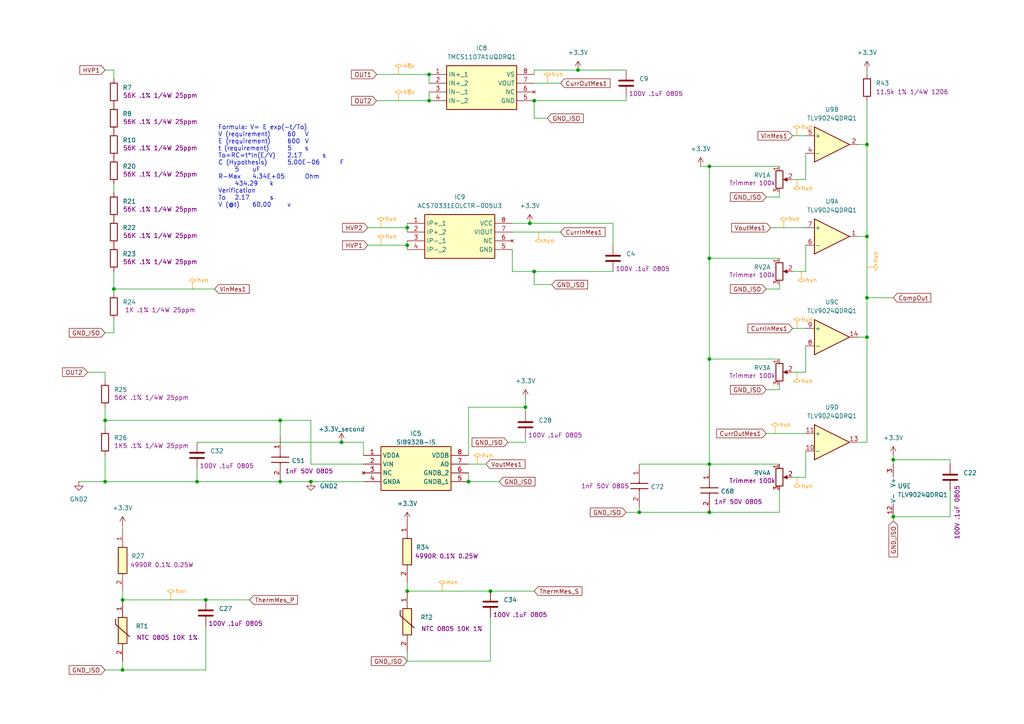
<source format=kicad_sch>
(kicad_sch (version 20250114) (generator "eeschema") (generator_version "9.0")
  (paper "A4")
  (title_block (title "LLC 400V/48V 1200W 100kHz") (date "2025-10-14") (rev "5") (company "Abdelaziz BOUZIANI"))
  (lib_symbols
    (symbol "ACS70331EOLCTR-005U3:ACS70331EOLCTR-005U3"
      (property "Reference" "IC" (at 26.67 7.62 0))
      (property "Value" "ACS70331EOLCTR-005U3" (at 26.67 5.08 0))
      (symbol "ACS70331EOLCTR-005U3_1_1"
        (rectangle (start 5.08 2.54) (end 25.4 -10.16) (stroke (width 0.254)) (fill (type background)))
        (pin passive line (at 0 0 0) (length 5.08) (name "IP+_1") (number "1"))
        (pin passive line (at 0 -2.54 0) (length 5.08) (name "IP+_2") (number "2"))
        (pin passive line (at 0 -5.08 0) (length 5.08) (name "IP-_1") (number "3"))
        (pin passive line (at 0 -7.62 0) (length 5.08) (name "IP-_2") (number "4"))
        (pin passive line (at 30.48 0 180) (length 5.08) (name "VCC") (number "8"))
        (pin passive line (at 30.48 -2.54 180) (length 5.08) (name "VIOUT") (number "7"))
        (pin no_connect line (at 30.48 -5.08 180) (length 5.08) (name "NC") (number "6"))
        (pin passive line (at 30.48 -7.62 180) (length 5.08) (name "GND") (number "5"))
      )
    )
    (symbol "C0805C102J5GACTU:C0805C102J5GACTU" (pin_names (hide yes))
      (property "Reference" "C" (at 8.89 6.35 0))
      (property "Value" "C0805C102J5GACTU" (at 8.89 3.81 0))
      (symbol "C0805C102J5GACTU_1_1"
        (polyline (pts (xy 5.08 0) (xy 5.588 0)) (stroke (width 0.254)))
        (polyline (pts (xy 5.588 2.54) (xy 5.588 -2.54)) (stroke (width 0.254)))
        (polyline (pts (xy 7.112 2.54) (xy 7.112 -2.54)) (stroke (width 0.254)))
        (polyline (pts (xy 7.112 0) (xy 7.62 0)) (stroke (width 0.254)))
        (pin passive line (at 0 0 0) (length 5.08) (name "1") (number "1"))
        (pin passive line (at 12.7 0 180) (length 5.08) (name "2") (number "2"))
      )
    )
    (symbol "Device:C" (pin_numbers (hide yes)) (pin_names (offset 0.254))
      (property "Reference" "C" (at 0.635 2.54 0))
      (property "Value" "C" (at 0.635 -2.54 0))
      (symbol "C_0_1"
        (polyline (pts (xy -2.032 0.762) (xy 2.032 0.762)) (stroke (width 0.508)))
        (polyline (pts (xy -2.032 -0.762) (xy 2.032 -0.762)) (stroke (width 0.508)))
      )
      (symbol "C_1_1"
        (pin passive line (at 0 3.81 270) (length 2.794) (name "~") (number "1"))
        (pin passive line (at 0 -3.81 90) (length 2.794) (name "~") (number "2"))
      )
    )
    (symbol "Device:R" (pin_numbers (hide yes)) (pin_names (offset 0))
      (property "Reference" "R" (at 2.032 0 90))
      (property "Value" "R" (at 0 0 90))
      (symbol "R_0_1"
        (rectangle (start -1.016 -2.54) (end 1.016 2.54) (stroke (width 0.254)))
      )
      (symbol "R_1_1"
        (pin passive line (at 0 3.81 270) (length 1.27) (name "~") (number "1"))
        (pin passive line (at 0 -3.81 90) (length 1.27) (name "~") (number "2"))
      )
    )
    (symbol "Device:R_Potentiometer_Dual_Separate" (pin_names (offset 1.016) (hide yes))
      (property "Reference" "RV" (at -4.445 0 90))
      (property "Value" "R_Potentiometer_Dual_Separate" (at -2.54 0 90))
      (symbol "R_Potentiometer_Dual_Separate_0_1"
        (rectangle (start 1.016 2.54) (end -1.016 -2.54) (stroke (width 0.254)))
        (polyline (pts (xy 1.143 0) (xy 2.286 0.508) (xy 2.286 -0.508) (xy 1.143 0)) (fill (type outline)))
        (polyline (pts (xy 2.54 0) (xy 1.524 0)))
      )
      (symbol "R_Potentiometer_Dual_Separate_1_1"
        (pin passive line (at 0 3.81 270) (length 1.27) (name "1") (number "1"))
        (pin passive line (at 0 -3.81 90) (length 1.27) (name "3") (number "3"))
        (pin passive line (at 3.81 0 180) (length 1.27) (name "2") (number "2"))
      )
      (symbol "R_Potentiometer_Dual_Separate_2_1"
        (pin passive line (at 0 3.81 270) (length 1.27) (name "4") (number "4"))
        (pin passive line (at 0 -3.81 90) (length 1.27) (name "6") (number "6"))
        (pin passive line (at 3.81 0 180) (length 1.27) (name "5") (number "5"))
      )
    )
    (symbol "New_Library:TLV9024QDRQ1" (pin_names (offset 0.127))
      (property "Reference" "U" (at 0 5.08 0))
      (property "Value" "TLV9024QDRQ1" (at 0 -5.08 0))
      (symbol "TLV9024QDRQ1_1_1"
        (polyline (pts (xy -5.08 5.08) (xy 5.08 0) (xy -5.08 -5.08) (xy -5.08 5.08)) (stroke (width 0.254)) (fill (type background)))
        (pin input line (at -7.62 2.54 0) (length 2.54) (name "+") (number "7"))
        (pin input line (at -7.62 -2.54 0) (length 2.54) (name "-") (number "6"))
        (pin output line (at 7.62 0 180) (length 2.54) (name "~") (number "1"))
      )
      (symbol "TLV9024QDRQ1_2_1"
        (polyline (pts (xy -5.08 5.08) (xy 5.08 0) (xy -5.08 -5.08) (xy -5.08 5.08)) (stroke (width 0.254)) (fill (type background)))
        (pin input line (at -7.62 2.54 0) (length 2.54) (name "+") (number "5"))
        (pin input line (at -7.62 -2.54 0) (length 2.54) (name "-") (number "4"))
        (pin output line (at 7.62 0 180) (length 2.54) (name "~") (number "2"))
      )
      (symbol "TLV9024QDRQ1_3_1"
        (polyline (pts (xy -5.08 5.08) (xy 5.08 0) (xy -5.08 -5.08) (xy -5.08 5.08)) (stroke (width 0.254)) (fill (type background)))
        (pin input line (at -7.62 2.54 0) (length 2.54) (name "+") (number "9"))
        (pin input line (at -7.62 -2.54 0) (length 2.54) (name "-") (number "8"))
        (pin output line (at 7.62 0 180) (length 2.54) (name "~") (number "14"))
      )
      (symbol "TLV9024QDRQ1_4_1"
        (polyline (pts (xy -5.08 5.08) (xy 5.08 0) (xy -5.08 -5.08) (xy -5.08 5.08)) (stroke (width 0.254)) (fill (type background)))
        (pin input line (at -7.62 2.54 0) (length 2.54) (name "+") (number "11"))
        (pin input line (at -7.62 -2.54 0) (length 2.54) (name "-") (number "10"))
        (pin output line (at 7.62 0 180) (length 2.54) (name "~") (number "13"))
      )
      (symbol "TLV9024QDRQ1_5_1"
        (pin power_in line (at -2.54 7.62 270) (length 3.81) (name "V+") (number "3"))
        (pin power_in line (at -2.54 -7.62 90) (length 3.81) (name "V-") (number "12"))
      )
    )
    (symbol "RN73R2BTTD4991B25:RN73R2BTTD4991B25" (pin_names (hide yes))
      (property "Reference" "R" (at 13.97 6.35 0))
      (property "Value" "RN73R2BTTD4991B25" (at 13.97 3.81 0))
      (symbol "RN73R2BTTD4991B25_1_1"
        (rectangle (start 5.08 1.27) (end 12.7 -1.27) (stroke (width 0.254)) (fill (type background)))
        (pin passive line (at 0 0 0) (length 5.08) (name "1") (number "1"))
        (pin passive line (at 17.78 0 180) (length 5.08) (name "2") (number "2"))
      )
    )
    (symbol "SI8932B-IS:SI8932B-IS"
      (property "Reference" "IC" (at 26.67 7.62 0))
      (property "Value" "SI8932B-IS" (at 26.67 5.08 0))
      (symbol "SI8932B-IS_1_1"
        (rectangle (start 5.08 2.54) (end 25.4 -10.16) (stroke (width 0.254)) (fill (type background)))
        (pin passive line (at 0 0 0) (length 5.08) (name "VDDA") (number "1"))
        (pin passive line (at 0 -2.54 0) (length 5.08) (name "VIN") (number "2"))
        (pin no_connect line (at 0 -5.08 0) (length 5.08) (name "NC") (number "3"))
        (pin passive line (at 0 -7.62 0) (length 5.08) (name "GNDA") (number "4"))
        (pin passive line (at 30.48 0 180) (length 5.08) (name "VDDB") (number "8"))
        (pin passive line (at 30.48 -2.54 180) (length 5.08) (name "AO") (number "7"))
        (pin passive line (at 30.48 -5.08 180) (length 5.08) (name "GNDB_2") (number "6"))
        (pin passive line (at 30.48 -7.62 180) (length 5.08) (name "GNDB_1") (number "5"))
      )
    )
    (symbol "TMCS1107A4UQDRQ1:TMCS1107A4UQDRQ1"
      (property "Reference" "IC" (at 26.67 7.62 0))
      (property "Value" "TMCS1107A4UQDRQ1" (at 26.67 5.08 0))
      (symbol "TMCS1107A4UQDRQ1_1_1"
        (rectangle (start 5.08 2.54) (end 25.4 -10.16) (stroke (width 0.254)) (fill (type background)))
        (pin passive line (at 0 0 0) (length 5.08) (name "IN+_1") (number "1"))
        (pin passive line (at 0 -2.54 0) (length 5.08) (name "IN+_2") (number "2"))
        (pin passive line (at 0 -5.08 0) (length 5.08) (name "IN-_1") (number "3"))
        (pin passive line (at 0 -7.62 0) (length 5.08) (name "IN-_2") (number "4"))
        (pin passive line (at 30.48 0 180) (length 5.08) (name "VS") (number "8"))
        (pin passive line (at 30.48 -2.54 180) (length 5.08) (name "VOUT") (number "7"))
        (pin no_connect line (at 30.48 -5.08 180) (length 5.08) (name "NC") (number "6"))
        (pin passive line (at 30.48 -7.62 180) (length 5.08) (name "GND") (number "5"))
      )
    )
    (symbol "TX08F103F3435ER:TX08F103F3435ER" (pin_names (hide yes))
      (property "Reference" "RT" (at 13.97 6.35 0))
      (property "Value" "TX08F103F3435ER" (at 13.97 3.81 0))
      (symbol "TX08F103F3435ER_1_1"
        (rectangle (start 5.08 1.27) (end 12.7 -1.27) (stroke (width 0.254)) (fill (type background)))
        (polyline (pts (xy 5.588 -2.032) (xy 7.112 -2.032)) (stroke (width 0.254)))
        (polyline (pts (xy 10.668 2.032) (xy 7.112 -2.032)) (stroke (width 0.254)))
        (pin passive line (at 0 0 0) (length 5.08) (name "1") (number "1"))
        (pin passive line (at 17.78 0 180) (length 5.08) (name "2") (number "2"))
      )
    )
    (symbol "power:+5V" (power) (pin_numbers (hide yes)) (pin_names (offset 0) (hide yes))
      (property "Value" "+5V" (at 0 3.556 0))
      (symbol "+5V_0_1"
        (polyline (pts (xy -0.762 1.27) (xy 0 2.54)))
        (polyline (pts (xy 0 2.54) (xy 0.762 1.27)))
        (polyline (pts (xy 0 0) (xy 0 2.54)))
      )
      (symbol "+5V_1_1"
        (pin power_in line (at 0 0 90) (length 0) (name "~") (number "1"))
      )
    )
    (symbol "power:GND2" (power) (pin_numbers (hide yes)) (pin_names (offset 0) (hide yes))
      (property "Value" "GND2" (at 0 -3.81 0))
      (symbol "GND2_0_1"
        (polyline (pts (xy 0 0) (xy 0 -1.27) (xy 1.27 -1.27) (xy 0 -2.54) (xy -1.27 -1.27) (xy 0 -1.27)))
      )
      (symbol "GND2_1_1"
        (pin power_in line (at 0 0 270) (length 0) (name "~") (number "1"))
      )
    )
  )
  (text "Formula: V= E exp(-t/To)		\nV (requirement)	60	V\nE (requirement)	600	V\nt (requirement)	5	s\nTo=RC=t*ln(E/V)	2.17	s\nC (Hypothesis)	5.00E-06	F\n	5	uF\nR-Max 	4.34E+05	Ohm \n	434.29	k\nVerification 		\nTo 	2.17	s\nV (@t)	60.00	v\n" (at 63.246 36.322 0) (effects (font (size 1.27 1.27)) (justify left top)))
  (junction (at 205.74 134.62))
  (junction (at 205.74 148.59))
  (junction (at 35.56 194.31))
  (junction (at 259.08 133.35))
  (junction (at 251.46 41.91))
  (junction (at 259.08 149.86))
  (junction (at 205.74 48.26))
  (junction (at 124.46 21.59))
  (junction (at 124.46 29.21))
  (junction (at 30.48 121.92))
  (junction (at 118.11 71.12))
  (junction (at 35.56 173.99))
  (junction (at 142.24 171.45))
  (junction (at 154.94 29.21))
  (junction (at 57.15 139.7))
  (junction (at 118.11 171.45))
  (junction (at 251.46 97.79))
  (junction (at 135.89 139.7))
  (junction (at 205.74 104.14))
  (junction (at 251.46 86.36))
  (junction (at 152.4 118.11))
  (junction (at 33.02 83.82))
  (junction (at 90.17 139.7))
  (junction (at 59.69 173.99))
  (junction (at 118.11 66.04))
  (junction (at 81.28 139.7))
  (junction (at 167.64 20.32))
  (junction (at 205.74 74.93))
  (junction (at 81.28 121.92))
  (junction (at 185.42 148.59))
  (junction (at 153.67 64.77))
  (junction (at 154.94 78.74))
  (junction (at 251.46 68.58))
  (junction (at 99.06 128.27))
  (junction (at 30.48 139.7))
  (wire (pts (xy 154.94 34.29) (xy 154.94 29.21)))
  (wire (pts (xy 135.89 118.11) (xy 152.4 118.11)))
  (wire (pts (xy 81.28 121.92) (xy 90.17 121.92)))
  (wire (pts (xy 35.56 173.99) (xy 59.69 173.99)))
  (wire (pts (xy 222.25 57.15) (xy 226.06 57.15)))
  (wire (pts (xy 205.74 74.93) (xy 226.06 74.93)))
  (wire (pts (xy 99.06 128.27) (xy 105.41 128.27)))
  (wire (pts (xy 90.17 139.7) (xy 105.41 139.7)))
  (wire (pts (xy 135.89 139.7) (xy 144.78 139.7)))
  (wire (pts (xy 30.48 121.92) (xy 30.48 124.46)))
  (wire (pts (xy 251.46 41.91) (xy 251.46 68.58)))
  (wire (pts (xy 135.89 134.62) (xy 140.97 134.62)))
  (wire (pts (xy 30.48 132.08) (xy 30.48 139.7)))
  (wire (pts (xy 152.4 115.57) (xy 152.4 118.11)))
  (wire (pts (xy 35.56 171.45) (xy 35.56 173.99)))
  (wire (pts (xy 135.89 137.16) (xy 135.89 139.7)))
  (wire (pts (xy 118.11 69.85) (xy 118.11 71.12)))
  (wire (pts (xy 154.94 20.32) (xy 167.64 20.32)))
  (wire (pts (xy 222.25 113.03) (xy 226.06 113.03)))
  (wire (pts (xy 118.11 66.04) (xy 118.11 67.31)))
  (wire (pts (xy 251.46 86.36) (xy 251.46 68.58)))
  (wire (pts (xy 226.06 148.59) (xy 226.06 142.24)))
  (wire (pts (xy 109.22 21.59) (xy 124.46 21.59)))
  (wire (pts (xy 158.75 34.29) (xy 154.94 34.29)))
  (wire (pts (xy 118.11 71.12) (xy 118.11 72.39)))
  (wire (pts (xy 154.94 20.32) (xy 154.94 21.59)))
  (wire (pts (xy 81.28 139.7) (xy 90.17 139.7)))
  (wire (pts (xy 152.4 119.38) (xy 152.4 118.11)))
  (wire (pts (xy 154.94 78.74) (xy 177.8 78.74)))
  (wire (pts (xy 105.41 132.08) (xy 105.41 128.27)))
  (wire (pts (xy 233.68 71.12) (xy 233.68 78.74)))
  (wire (pts (xy 22.86 139.7) (xy 30.48 139.7)))
  (wire (pts (xy 109.22 29.21) (xy 124.46 29.21)))
  (wire (pts (xy 233.68 52.07) (xy 229.87 52.07)))
  (wire (pts (xy 30.48 194.31) (xy 35.56 194.31)))
  (wire (pts (xy 205.74 48.26) (xy 205.74 74.93)))
  (wire (pts (xy 226.06 113.03) (xy 226.06 111.76)))
  (wire (pts (xy 153.67 64.77) (xy 177.8 64.77)))
  (wire (pts (xy 33.02 85.09) (xy 33.02 83.82)))
  (wire (pts (xy 147.32 128.27) (xy 152.4 128.27)))
  (wire (pts (xy 30.48 110.49) (xy 30.48 107.95)))
  (wire (pts (xy 148.59 67.31) (xy 162.56 67.31)))
  (wire (pts (xy 233.68 44.45) (xy 233.68 52.07)))
  (wire (pts (xy 251.46 128.27) (xy 248.92 128.27)))
  (wire (pts (xy 185.42 147.32) (xy 185.42 148.59)))
  (wire (pts (xy 57.15 139.7) (xy 81.28 139.7)))
  (wire (pts (xy 154.94 29.21) (xy 181.61 29.21)))
  (wire (pts (xy 226.06 83.82) (xy 226.06 82.55)))
  (wire (pts (xy 248.92 97.79) (xy 251.46 97.79)))
  (wire (pts (xy 251.46 128.27) (xy 251.46 97.79)))
  (wire (pts (xy 205.74 104.14) (xy 226.06 104.14)))
  (wire (pts (xy 118.11 189.23) (xy 118.11 191.77)))
  (wire (pts (xy 205.74 148.59) (xy 226.06 148.59)))
  (wire (pts (xy 124.46 21.59) (xy 124.46 24.13)))
  (wire (pts (xy 222.25 83.82) (xy 226.06 83.82)))
  (wire (pts (xy 185.42 148.59) (xy 205.74 148.59)))
  (wire (pts (xy 205.74 74.93) (xy 205.74 104.14)))
  (wire (pts (xy 35.56 191.77) (xy 35.56 194.31)))
  (wire (pts (xy 248.92 68.58) (xy 251.46 68.58)))
  (wire (pts (xy 57.15 135.89) (xy 57.15 139.7)))
  (wire (pts (xy 275.59 142.24) (xy 275.59 149.86)))
  (wire (pts (xy 135.89 118.11) (xy 135.89 132.08)))
  (wire (pts (xy 275.59 133.35) (xy 275.59 134.62)))
  (wire (pts (xy 181.61 27.94) (xy 181.61 29.21)))
  (wire (pts (xy 259.08 133.35) (xy 259.08 134.62)))
  (wire (pts (xy 59.69 181.61) (xy 59.69 194.31)))
  (wire (pts (xy 81.28 121.92) (xy 81.28 127)))
  (wire (pts (xy 229.87 78.74) (xy 233.68 78.74)))
  (wire (pts (xy 154.94 24.13) (xy 162.56 24.13)))
  (wire (pts (xy 33.02 20.32) (xy 30.48 20.32)))
  (wire (pts (xy 185.42 134.62) (xy 205.74 134.62)))
  (wire (pts (xy 177.8 71.12) (xy 177.8 64.77)))
  (wire (pts (xy 118.11 64.77) (xy 118.11 66.04)))
  (wire (pts (xy 33.02 96.52) (xy 33.02 92.71)))
  (wire (pts (xy 251.46 29.21) (xy 251.46 41.91)))
  (wire (pts (xy 25.4 107.95) (xy 30.48 107.95)))
  (wire (pts (xy 152.4 128.27) (xy 152.4 127)))
  (wire (pts (xy 33.02 78.74) (xy 33.02 83.82)))
  (wire (pts (xy 226.06 57.15) (xy 226.06 55.88)))
  (wire (pts (xy 229.87 39.37) (xy 233.68 39.37)))
  (wire (pts (xy 148.59 64.77) (xy 153.67 64.77)))
  (wire (pts (xy 160.02 82.55) (xy 154.94 82.55)))
  (wire (pts (xy 124.46 26.67) (xy 124.46 29.21)))
  (wire (pts (xy 30.48 139.7) (xy 57.15 139.7)))
  (wire (pts (xy 205.74 48.26) (xy 226.06 48.26)))
  (wire (pts (xy 223.52 66.04) (xy 233.68 66.04)))
  (wire (pts (xy 35.56 194.31) (xy 59.69 194.31)))
  (wire (pts (xy 33.02 22.86) (xy 33.02 20.32)))
  (wire (pts (xy 118.11 171.45) (xy 142.24 171.45)))
  (wire (pts (xy 118.11 168.91) (xy 118.11 171.45)))
  (wire (pts (xy 203.2 48.26) (xy 205.74 48.26)))
  (wire (pts (xy 33.02 83.82) (xy 62.23 83.82)))
  (wire (pts (xy 205.74 134.62) (xy 226.06 134.62)))
  (wire (pts (xy 167.64 20.32) (xy 181.61 20.32)))
  (wire (pts (xy 30.48 121.92) (xy 81.28 121.92)))
  (wire (pts (xy 205.74 104.14) (xy 205.74 134.62)))
  (wire (pts (xy 148.59 72.39) (xy 148.59 78.74)))
  (wire (pts (xy 118.11 191.77) (xy 142.24 191.77)))
  (wire (pts (xy 142.24 171.45) (xy 154.94 171.45)))
  (wire (pts (xy 259.08 133.35) (xy 275.59 133.35)))
  (wire (pts (xy 251.46 20.32) (xy 251.46 21.59)))
  (wire (pts (xy 259.08 132.08) (xy 259.08 133.35)))
  (wire (pts (xy 148.59 78.74) (xy 154.94 78.74)))
  (wire (pts (xy 30.48 118.11) (xy 30.48 121.92)))
  (wire (pts (xy 30.48 96.52) (xy 33.02 96.52)))
  (wire (pts (xy 33.02 55.88) (xy 33.02 53.34)))
  (wire (pts (xy 259.08 149.86) (xy 275.59 149.86)))
  (wire (pts (xy 233.68 107.95) (xy 229.87 107.95)))
  (wire (pts (xy 229.87 95.25) (xy 233.68 95.25)))
  (wire (pts (xy 259.08 151.13) (xy 259.08 149.86)))
  (wire (pts (xy 59.69 173.99) (xy 72.39 173.99)))
  (wire (pts (xy 154.94 82.55) (xy 154.94 78.74)))
  (wire (pts (xy 233.68 100.33) (xy 233.68 107.95)))
  (wire (pts (xy 181.61 148.59) (xy 185.42 148.59)))
  (wire (pts (xy 90.17 134.62) (xy 105.41 134.62)))
  (wire (pts (xy 205.74 134.62) (xy 205.74 135.89)))
  (wire (pts (xy 251.46 86.36) (xy 259.08 86.36)))
  (wire (pts (xy 248.92 41.91) (xy 251.46 41.91)))
  (wire (pts (xy 106.68 71.12) (xy 118.11 71.12)))
  (wire (pts (xy 251.46 97.79) (xy 251.46 86.36)))
  (wire (pts (xy 222.25 125.73) (xy 233.68 125.73)))
  (wire (pts (xy 35.56 152.4) (xy 35.56 153.67)))
  (wire (pts (xy 106.68 66.04) (xy 118.11 66.04)))
  (wire (pts (xy 57.15 128.27) (xy 99.06 128.27)))
  (wire (pts (xy 142.24 179.07) (xy 142.24 191.77)))
  (wire (pts (xy 233.68 130.81) (xy 233.68 138.43)))
  (wire (pts (xy 233.68 138.43) (xy 229.87 138.43)))
  (wire (pts (xy 90.17 134.62) (xy 90.17 121.92)))
  (global_label "GND_ISO" (shape input) (at 30.48 96.52 180) (property "Intersheetrefs" "${INTERSHEET_REFS}" (effects (hide yes))))
  (global_label "VoutMes1" (shape input) (at 223.52 66.04 180) (property "Intersheetrefs" "${INTERSHEET_REFS}" (effects (hide yes))))
  (global_label "GND_ISO" (shape input) (at 222.25 83.82 180) (property "Intersheetrefs" "${INTERSHEET_REFS}" (effects (hide yes))))
  (global_label "HVP1" (shape input) (at 106.68 71.12 180) (property "Intersheetrefs" "${INTERSHEET_REFS}" (effects (hide yes))))
  (global_label "OUT2" (shape input) (at 25.4 107.95 180) (property "Intersheetrefs" "${INTERSHEET_REFS}" (effects (hide yes))))
  (global_label "VinMes1" (shape input) (at 62.23 83.82 0) (property "Intersheetrefs" "${INTERSHEET_REFS}" (effects (hide yes))))
  (global_label "HVP2" (shape input) (at 106.68 66.04 180) (property "Intersheetrefs" "${INTERSHEET_REFS}" (effects (hide yes))))
  (global_label "GND_ISO" (shape input) (at 30.48 194.31 180) (property "Intersheetrefs" "${INTERSHEET_REFS}" (effects (hide yes))))
  (global_label "CurrInMes1" (shape input) (at 162.56 67.31 0) (property "Intersheetrefs" "${INTERSHEET_REFS}" (effects (hide yes))))
  (global_label "CurrOutMes1" (shape input) (at 162.56 24.13 0) (property "Intersheetrefs" "${INTERSHEET_REFS}" (effects (hide yes))))
  (global_label "GND_ISO" (shape input) (at 147.32 128.27 180) (property "Intersheetrefs" "${INTERSHEET_REFS}" (effects (hide yes))))
  (global_label "OUT1" (shape input) (at 109.22 21.59 180) (property "Intersheetrefs" "${INTERSHEET_REFS}" (effects (hide yes))))
  (global_label "GND_ISO" (shape input) (at 222.25 57.15 180) (property "Intersheetrefs" "${INTERSHEET_REFS}" (effects (hide yes))))
  (global_label "CurrInMes1" (shape input) (at 229.87 95.25 180) (property "Intersheetrefs" "${INTERSHEET_REFS}" (effects (hide yes))))
  (global_label "GND_ISO" (shape input) (at 158.75 34.29 0) (property "Intersheetrefs" "${INTERSHEET_REFS}" (effects (hide yes))))
  (global_label "ThermMes_P" (shape input) (at 72.39 173.99 0) (property "Intersheetrefs" "${INTERSHEET_REFS}" (effects (hide yes))))
  (global_label "GND_ISO" (shape input) (at 259.08 151.13 270) (property "Intersheetrefs" "${INTERSHEET_REFS}" (effects (hide yes))))
  (global_label "GND_ISO" (shape input) (at 160.02 82.55 0) (property "Intersheetrefs" "${INTERSHEET_REFS}" (effects (hide yes))))
  (global_label "HVP1" (shape input) (at 30.48 20.32 180) (property "Intersheetrefs" "${INTERSHEET_REFS}" (effects (hide yes))))
  (global_label "GND_ISO" (shape input) (at 144.78 139.7 0) (property "Intersheetrefs" "${INTERSHEET_REFS}" (effects (hide yes))))
  (global_label "VinMes1" (shape input) (at 229.87 39.37 180) (property "Intersheetrefs" "${INTERSHEET_REFS}" (effects (hide yes))))
  (global_label "CompOut" (shape input) (at 259.08 86.36 0) (property "Intersheetrefs" "${INTERSHEET_REFS}" (effects (hide yes))))
  (global_label "VoutMes1" (shape input) (at 140.97 134.62 0) (property "Intersheetrefs" "${INTERSHEET_REFS}" (effects (hide yes))))
  (global_label "GND_ISO" (shape input) (at 222.25 113.03 180) (property "Intersheetrefs" "${INTERSHEET_REFS}" (effects (hide yes))))
  (global_label "OUT2" (shape input) (at 109.22 29.21 180) (property "Intersheetrefs" "${INTERSHEET_REFS}" (effects (hide yes))))
  (global_label "GND_ISO" (shape input) (at 118.11 191.77 180) (property "Intersheetrefs" "${INTERSHEET_REFS}" (effects (hide yes))))
  (global_label "GND_ISO" (shape input) (at 181.61 148.59 180) (property "Intersheetrefs" "${INTERSHEET_REFS}" (effects (hide yes))))
  (global_label "CurrOutMes1" (shape input) (at 222.25 125.73 180) (property "Intersheetrefs" "${INTERSHEET_REFS}" (effects (hide yes))))
  (global_label "ThermMes_S" (shape input) (at 154.94 171.45 0) (property "Intersheetrefs" "${INTERSHEET_REFS}" (effects (hide yes))))
  (netclass_flag "" (length 2.54) (shape diamond) (at 231.14 52.07 180) (property "Netclass" "hvn" (at 232.3465 54.61 0) (effects (justify left))))
  (netclass_flag "" (length 2.54) (shape diamond) (at 224.79 125.73 0) (property "Netclass" "hvn" (at 225.9965 123.19 0) (effects (justify left))))
  (netclass_flag "" (length 2.54) (shape diamond) (at 251.46 77.47 270) (property "Netclass" "hvn" (at 254 76.2635 90) (effects (justify left))))
  (netclass_flag "" (length 2.54) (shape diamond) (at 156.21 67.31 180) (property "Netclass" "hvn" (at 157.4165 69.85 0) (effects (justify left))))
  (netclass_flag "" (length 2.54) (shape diamond) (at 227.33 66.04 0) (property "Netclass" "hvn" (at 228.5365 63.5 0) (effects (justify left))))
  (netclass_flag "" (length 2.54) (shape diamond) (at 231.14 39.37 0) (property "Netclass" "hvn" (at 232.3465 36.83 0) (effects (justify left))))
  (netclass_flag "" (length 2.54) (shape diamond) (at 115.57 29.21 0) (property "Netclass" "48v" (at 116.7765 26.67 0) (effects (justify left))))
  (netclass_flag "" (length 2.54) (shape diamond) (at 55.88 83.82 0) (property "Netclass" "hvn" (at 57.0865 81.28 0) (effects (justify left))))
  (netclass_flag "" (length 2.54) (shape diamond) (at 115.57 21.59 0) (property "Netclass" "48v" (at 116.7765 19.05 0) (effects (justify left))))
  (netclass_flag "" (length 2.54) (shape diamond) (at 231.14 95.25 0) (property "Netclass" "hvn" (at 232.3465 92.71 0) (effects (justify left))))
  (netclass_flag "" (length 2.54) (shape diamond) (at 231.14 107.95 180) (property "Netclass" "hvn" (at 232.3465 110.49 0) (effects (justify left))))
  (netclass_flag "" (length 2.54) (shape diamond) (at 110.49 71.12 0) (property "Netclass" "hvn" (at 111.6965 68.58 0) (effects (justify left))))
  (netclass_flag "" (length 2.54) (shape diamond) (at 138.43 134.62 0) (property "Netclass" "hvn" (at 139.6365 132.08 0) (effects (justify left))))
  (netclass_flag "" (length 2.54) (shape diamond) (at 158.75 24.13 0) (property "Netclass" "hvn" (at 159.9565 21.59 0) (effects (justify left))))
  (netclass_flag "" (length 2.54) (shape diamond) (at 128.27 171.45 0) (property "Netclass" "hvn" (at 129.4765 168.91 0) (effects (justify left))))
  (netclass_flag "" (length 2.54) (shape diamond) (at 231.14 138.43 180) (property "Netclass" "hvn" (at 232.3465 140.97 0) (effects (justify left))))
  (netclass_flag "" (length 2.54) (shape diamond) (at 110.49 66.04 0) (property "Netclass" "hvn" (at 111.6965 63.5 0) (effects (justify left))))
  (netclass_flag "" (length 2.54) (shape diamond) (at 49.53 173.99 0) (property "Netclass" "hvn" (at 50.7365 171.45 0) (effects (justify left))))
  (netclass_flag "" (length 2.54) (shape diamond) (at 232.41 78.74 180) (property "Netclass" "hvn" (at 233.6165 81.28 0) (effects (justify left))))
  (symbol (lib_id "Device:R") (at 33.02 41.91 0) (unit 1)
    (property "Reference" "R10" (at 35.56 40.6399 0) (effects (justify left)))
    (property "Value" "RT1206BRD0756KL" (effects (hide yes)))
    (property "Footprint" "Resistor_SMD:R_1206_3216Metric" (effects (hide yes)))
    (property "Datasheet" "https://www.mouser.fr/datasheet/3/508/1/PYu-RT_1-to-0.01_RoHS_L_15.pdf" (effects (hide yes)))
    (property "Description" "56K .1% 1/4W 25ppm" (at 46.482 42.926 0))
    (property "Mouser Part Number" "603-RT1206BRD0756KL" (effects (hide yes)))
    (property "Manufacturer_Name " "YAGEO" (effects (hide yes)))
    (property "Manufacturer_Part_Number" "RT1206BRD0756KL" (effects (hide yes)))
  )
  (symbol (lib_id "Device:R_Potentiometer_Dual_Separate") (at 226.06 52.07 0) (unit 1)
    (property "Reference" "RV1" (at 223.52 50.7999 0) (effects (justify right)))
    (property "Footprint" "New_Linrary:RV_precision" (effects (hide yes)))
    (property "Description" "Trimmer 100k" (at 218.186 53.086 0))
  )
  (symbol (lib_id "RN73R2BTTD4991B25:RN73R2BTTD4991B25") (at 118.11 151.13 270) (unit 1)
    (property "Reference" "R34" (at 120.65 158.7499 90) (effects (justify left)))
    (property "Value" "RN73R2BTTD4991B25" (effects (hide yes)))
    (property "Footprint" "RN73R2BTTD4991B25:RESC3216X70N" (effects (hide yes)))
    (property "Datasheet" "https://www.koaspeer.com/pdfs/RN73R.pdf" (effects (hide yes)))
    (property "Description" "4990R 0.1% 0.25W" (at 129.54 161.29 90))
    (property "Height" "0.7" (effects (hide yes)))
    (property "Mouser Part Number" "660-RN73R2BTD4991B25" (effects (hide yes)))
    (property "Mouser Price/Stock" "https://www.mouser.co.uk/ProductDetail/KOA-Speer/RN73R2BTTD4991B25?qs=2WXlatMagcEhNVuIYxDXww%3D%3D" (effects (hide yes)))
    (property "Manufacturer_Name" "KOA Speer" (effects (hide yes)))
    (property "Manufacturer_Part_Number" "RN73R2BTTD4991B25" (effects (hide yes)))
  )
  (symbol (lib_id "Device:R_Potentiometer_Dual_Separate") (at 226.06 138.43 0) (unit 1)
    (property "Reference" "RV4" (at 223.52 137.1599 0) (effects (justify right)))
    (property "Footprint" "New_Linrary:RV_precision" (effects (hide yes)))
    (property "Description" "Trimmer 100k" (at 218.186 139.446 0))
  )
  (symbol (lib_id "Device:C") (at 59.69 177.8 0) (unit 1)
    (property "Reference" "C27" (at 63.5 176.5299 0) (effects (justify left)))
    (property "Value" "SH21B104K101CT" (effects (hide yes)))
    (property "Footprint" "Capacitor_SMD:C_0805_2012Metric" (effects (hide yes)))
    (property "Datasheet" "https://www.mouser.fr/datasheet/3/317/1/WTC_MLCC_Soft_term_SH.pdf" (effects (hide yes)))
    (property "Description" "100V .1uF 0805" (at 68.326 180.848 0))
    (property "Manufacturer_Name" "Walsin" (effects (hide yes)))
    (property "Manufacturer_Part_Number " "SH21B104K101CT" (effects (hide yes)))
    (property "Mouser Part Number" "791-SH21B104K101CT" (effects (hide yes)))
  )
  (symbol (lib_id "Device:R") (at 33.02 74.93 0) (unit 1)
    (property "Reference" "R23" (at 35.56 73.6599 0) (effects (justify left)))
    (property "Value" "RT1206BRD0756KL" (effects (hide yes)))
    (property "Footprint" "Resistor_SMD:R_1206_3216Metric" (effects (hide yes)))
    (property "Datasheet" "https://www.mouser.fr/datasheet/3/508/1/PYu-RT_1-to-0.01_RoHS_L_15.pdf" (effects (hide yes)))
    (property "Description" "56K .1% 1/4W 25ppm" (at 46.482 75.946 0))
    (property "Mouser Part Number" "603-RT1206BRD0756KL" (effects (hide yes)))
    (property "Manufacturer_Name " "YAGEO" (effects (hide yes)))
    (property "Manufacturer_Part_Number" "RT1206BRD0756KL" (effects (hide yes)))
  )
  (symbol (lib_id "power:+5V") (at 99.06 128.27 0) (unit 1)
    (property "Reference" "#PWR042" (effects (hide yes)))
    (property "Value" "+3.3V_second" (at 99.06 124.46 0))
    (property "Description" "Power symbol creates a global label with name \"+5V\"" (effects (hide yes)))
  )
  (symbol (lib_id "Device:C") (at 181.61 24.13 0) (unit 1)
    (property "Reference" "C9" (at 185.42 22.8599 0) (effects (justify left)))
    (property "Value" "SH21B104K101CT" (effects (hide yes)))
    (property "Footprint" "Capacitor_SMD:C_0805_2012Metric" (effects (hide yes)))
    (property "Datasheet" "https://www.mouser.fr/datasheet/3/317/1/WTC_MLCC_Soft_term_SH.pdf" (effects (hide yes)))
    (property "Description" "100V .1uF 0805" (at 190.246 27.178 0))
    (property "Manufacturer_Name" "Walsin" (effects (hide yes)))
    (property "Manufacturer_Part_Number " "SH21B104K101CT" (effects (hide yes)))
    (property "Mouser Part Number" "791-SH21B104K101CT" (effects (hide yes)))
  )
  (symbol (lib_id "Device:C") (at 152.4 123.19 0) (unit 1)
    (property "Reference" "C28" (at 156.21 121.9199 0) (effects (justify left)))
    (property "Value" "SH21B104K101CT" (effects (hide yes)))
    (property "Footprint" "Capacitor_SMD:C_0805_2012Metric" (effects (hide yes)))
    (property "Datasheet" "https://www.mouser.fr/datasheet/3/317/1/WTC_MLCC_Soft_term_SH.pdf" (effects (hide yes)))
    (property "Description" "100V .1uF 0805" (at 161.036 126.238 0))
    (property "Manufacturer_Name" "Walsin" (effects (hide yes)))
    (property "Manufacturer_Part_Number " "SH21B104K101CT" (effects (hide yes)))
    (property "Mouser Part Number" "791-SH21B104K101CT" (effects (hide yes)))
  )
  (symbol (lib_id "New_Library:TLV9024QDRQ1") (at 261.62 142.24 0) (unit 5)
    (property "Reference" "U9" (at 260.35 140.9699 0) (effects (justify left)))
    (property "Value" "TLV9024QDRQ1" (at 260.35 143.5099 0) (effects (justify left)))
    (property "Footprint" "Package_SO:SOIC-14_3.9x8.7mm_P1.27mm" (effects (hide yes)))
    (property "Datasheet" "https://www.ti.com/lit/ds/symlink/tlv9022-q1.pdf" (effects (hide yes)))
    (property "Description" "Quad channel comparators, SOIC-14" (effects (hide yes)))
    (property "Mouser Part Number" "595-TLV9024QDRQ1" (effects (hide yes)))
    (property "Manufacturer_Name " "Texas Instruments" (effects (hide yes)))
    (property "Manufacturer_Part_Number " " TLV9024QDRQ1" (effects (hide yes)))
  )
  (symbol (lib_id "Device:R") (at 33.02 67.31 0) (unit 1)
    (property "Reference" "R22" (at 35.56 66.0399 0) (effects (justify left)))
    (property "Value" "RT1206BRD0756KL" (effects (hide yes)))
    (property "Footprint" "Resistor_SMD:R_1206_3216Metric" (effects (hide yes)))
    (property "Datasheet" "https://www.mouser.fr/datasheet/3/508/1/PYu-RT_1-to-0.01_RoHS_L_15.pdf" (effects (hide yes)))
    (property "Description" "56K .1% 1/4W 25ppm" (at 46.482 68.326 0))
    (property "Mouser Part Number" "603-RT1206BRD0756KL" (effects (hide yes)))
    (property "Manufacturer_Name " "YAGEO" (effects (hide yes)))
    (property "Manufacturer_Part_Number" "RT1206BRD0756KL" (effects (hide yes)))
  )
  (symbol (lib_id "power:+5V") (at 203.2 48.26 0) (unit 1)
    (property "Reference" "#PWR028" (effects (hide yes)))
    (property "Value" "+3.3V" (at 203.2 43.18 0))
    (property "Description" "Power symbol creates a global label with name \"+5V\"" (effects (hide yes)))
  )
  (symbol (lib_id "ACS70331EOLCTR-005U3:ACS70331EOLCTR-005U3") (at 118.11 64.77 0) (unit 1)
    (property "Reference" "IC9" (at 133.35 57.15 0))
    (property "Value" "ACS70331EOLCTR-005U3" (at 133.35 59.69 0))
    (property "Footprint" "ACS70331EOLCTR-005U3:SOIC127P600X175-8N" (effects (hide yes)))
    (property "Datasheet" "https://www.allegromicro.com/-/media/files/datasheets/acs70331-datasheet.ashx" (effects (hide yes)))
    (property "Description" "High Sensitivity, Gmr-Based Current Sensor IC" (effects (hide yes)))
    (property "Height" "1.75" (effects (hide yes)))
    (property "Mouser Part Number" "250-70331EOLCTR005U3" (effects (hide yes)))
    (property "Mouser Price/Stock" "https://www.mouser.co.uk/ProductDetail/Allegro-MicroSystems/ACS70331EOLCTR-005U3?qs=pUKx8fyJudDz9FJ7uQ14Rw%3D%3D" (effects (hide yes)))
    (property "Manufacturer_Name" "Allegro Microsystems" (effects (hide yes)))
    (property "Manufacturer_Part_Number" "ACS70331EOLCTR-005U3" (effects (hide yes)))
  )
  (symbol (lib_id "Device:R_Potentiometer_Dual_Separate") (at 226.06 78.74 0) (unit 1)
    (property "Reference" "RV2" (at 223.52 77.4699 0) (effects (justify right)))
    (property "Footprint" "New_Linrary:RV_precision" (effects (hide yes)))
    (property "Description" "Trimmer 100k" (at 218.186 79.756 0))
  )
  (symbol (lib_id "C0805C102J5GACTU:C0805C102J5GACTU") (at 205.74 135.89 270) (unit 1)
    (property "Reference" "C68" (at 209.042 142.494 90) (effects (justify left)))
    (property "Value" "C0805C102J5GACTU" (effects (hide yes)))
    (property "Footprint" "C0805C102J5GACTU:C0805" (effects (hide yes)))
    (property "Datasheet" "https://content.kemet.com/datasheets/KEM_C1003_C0G_SMD.pdf" (effects (hide yes)))
    (property "Description" "1nF 50V 0805" (at 214.122 145.542 90))
    (property "Height" "1.1" (effects (hide yes)))
    (property "Mouser Part Number" "80-C0805C102J5G" (effects (hide yes)))
    (property "Mouser Price/Stock" "https://www.mouser.co.uk/ProductDetail/KEMET/C0805C102J5GACTU?qs=yrVqjCObULOWvTzsHVJg1Q%3D%3D" (effects (hide yes)))
    (property "Manufacturer_Name" "KEMET" (effects (hide yes)))
    (property "Manufacturer_Part_Number" "C0805C102J5GACTU" (effects (hide yes)))
  )
  (symbol (lib_id "Device:C") (at 142.24 175.26 0) (unit 1)
    (property "Reference" "C34" (at 146.05 173.9899 0) (effects (justify left)))
    (property "Value" "SH21B104K101CT" (effects (hide yes)))
    (property "Footprint" "Capacitor_SMD:C_0805_2012Metric" (effects (hide yes)))
    (property "Datasheet" "https://www.mouser.fr/datasheet/3/317/1/WTC_MLCC_Soft_term_SH.pdf" (effects (hide yes)))
    (property "Description" "100V .1uF 0805" (at 150.876 178.308 0))
    (property "Manufacturer_Name" "Walsin" (effects (hide yes)))
    (property "Manufacturer_Part_Number " "SH21B104K101CT" (effects (hide yes)))
    (property "Mouser Part Number" "791-SH21B104K101CT" (effects (hide yes)))
  )
  (symbol (lib_id "New_Library:TLV9024QDRQ1") (at 241.3 68.58 0) (unit 1)
    (property "Reference" "U9" (at 241.3 58.42 0))
    (property "Value" "TLV9024QDRQ1" (at 241.3 60.96 0))
    (property "Footprint" "Package_SO:SOIC-14_3.9x8.7mm_P1.27mm" (effects (hide yes)))
    (property "Datasheet" "https://www.ti.com/lit/ds/symlink/tlv9022-q1.pdf" (effects (hide yes)))
    (property "Description" "Quad channel comparators, SOIC-14" (effects (hide yes)))
    (property "Mouser Part Number" "595-TLV9024QDRQ1" (effects (hide yes)))
    (property "Manufacturer_Name " "Texas Instruments" (effects (hide yes)))
    (property "Manufacturer_Part_Number " " TLV9024QDRQ1" (effects (hide yes)))
  )
  (symbol (lib_id "Device:R") (at 30.48 128.27 0) (unit 1)
    (property "Reference" "R26" (at 33.02 126.9999 0) (effects (justify left)))
    (property "Value" "ERA-8AEB152V" (effects (hide yes)))
    (property "Footprint" "Resistor_SMD:R_1206_3216Metric" (effects (hide yes)))
    (property "Datasheet" "https://industrial.panasonic.com/cdbs/www-data/pdf/RDM0000/AOA0000C307.pdf" (effects (hide yes)))
    (property "Description" "1K5 .1% 1/4W 25ppm" (at 43.942 129.286 0))
    (property "Mouser Part Number" "667-ERA-8AEB152V" (effects (hide yes)))
    (property "Manufacturer_Name " "Panasonic" (effects (hide yes)))
    (property "Manufacturer_Part_Number" "ERA-8AEB152V" (effects (hide yes)))
  )
  (symbol (lib_id "power:GND2") (at 22.86 139.7 0) (unit 1)
    (property "Reference" "#PWR023" (effects (hide yes)))
    (property "Value" "GND2" (at 22.86 144.78 0))
    (property "Description" "Power symbol creates a global label with name \"GND2\" , ground" (effects (hide yes)))
  )
  (symbol (lib_id "C0805C102J5GACTU:C0805C102J5GACTU") (at 185.42 134.62 270) (unit 1)
    (property "Reference" "C72" (at 188.722 141.224 90) (effects (justify left)))
    (property "Value" "C0805C102J5GACTU" (effects (hide yes)))
    (property "Footprint" "C0805C102J5GACTU:C0805" (effects (hide yes)))
    (property "Datasheet" "https://content.kemet.com/datasheets/KEM_C1003_C0G_SMD.pdf" (effects (hide yes)))
    (property "Description" "1nF 50V 0805" (at 175.514 140.97 90))
    (property "Height" "1.1" (effects (hide yes)))
    (property "Mouser Part Number" "80-C0805C102J5G" (effects (hide yes)))
    (property "Mouser Price/Stock" "https://www.mouser.co.uk/ProductDetail/KEMET/C0805C102J5GACTU?qs=yrVqjCObULOWvTzsHVJg1Q%3D%3D" (effects (hide yes)))
    (property "Manufacturer_Name" "KEMET" (effects (hide yes)))
    (property "Manufacturer_Part_Number" "C0805C102J5GACTU" (effects (hide yes)))
  )
  (symbol (lib_id "Device:C") (at 275.59 138.43 0) (unit 1)
    (property "Reference" "C22" (at 279.4 137.1599 0) (effects (justify left)))
    (property "Value" "SH21B104K101CT" (effects (hide yes)))
    (property "Footprint" "Capacitor_SMD:C_0805_2012Metric" (effects (hide yes)))
    (property "Datasheet" "https://www.mouser.fr/datasheet/3/317/1/WTC_MLCC_Soft_term_SH.pdf" (effects (hide yes)))
    (property "Description" "100V .1uF 0805" (at 277.622 148.59 90))
    (property "Manufacturer_Name" "Walsin" (effects (hide yes)))
    (property "Manufacturer_Part_Number " "SH21B104K101CT" (effects (hide yes)))
    (property "Mouser Part Number" "791-SH21B104K101CT" (effects (hide yes)))
  )
  (symbol (lib_id "power:+5V") (at 118.11 151.13 0) (unit 1)
    (property "Reference" "#PWR016" (effects (hide yes)))
    (property "Value" "+3.3V" (at 118.11 146.05 0))
    (property "Description" "Power symbol creates a global label with name \"+5V\"" (effects (hide yes)))
  )
  (symbol (lib_id "New_Library:TLV9024QDRQ1") (at 241.3 128.27 0) (unit 4)
    (property "Reference" "U9" (at 241.3 118.11 0))
    (property "Value" "TLV9024QDRQ1" (at 241.3 120.65 0))
    (property "Footprint" "Package_SO:SOIC-14_3.9x8.7mm_P1.27mm" (effects (hide yes)))
    (property "Datasheet" "https://www.ti.com/lit/ds/symlink/tlv9022-q1.pdf" (effects (hide yes)))
    (property "Description" "Quad channel comparators, SOIC-14" (effects (hide yes)))
    (property "Mouser Part Number" "595-TLV9024QDRQ1" (effects (hide yes)))
    (property "Manufacturer_Name " "Texas Instruments" (effects (hide yes)))
    (property "Manufacturer_Part_Number " " TLV9024QDRQ1" (effects (hide yes)))
  )
  (symbol (lib_id "Device:R") (at 251.46 25.4 0) (unit 1)
    (property "Reference" "R43" (at 254 24.1299 0) (effects (justify left)))
    (property "Value" "RC1206FR-0711K5L" (effects (hide yes)))
    (property "Footprint" "Resistor_SMD:R_1206_3216Metric" (effects (hide yes)))
    (property "Datasheet" "www.mouser.com/catalog/specsheets/YAGEO_PYu_RC_Group_51_RoHS_L_12.pdf" (effects (hide yes)))
    (property "Description" "11.5k 1% 1/4W 1206" (at 254 26.6699 0) (effects (justify left)))
    (property "Mouser Part Number" "603-RC1206FR-0711K5L" (effects (hide yes)))
    (property "Manufacturer_Name  " "YAGEO" (effects (hide yes)))
    (property "Manufacturer_Part_Number " "RC1206FR-0711K5L" (effects (hide yes)))
  )
  (symbol (lib_id "power:+5V") (at 153.67 64.77 0) (unit 1)
    (property "Reference" "#PWR01" (effects (hide yes)))
    (property "Value" "+3.3V" (at 153.67 59.69 0))
    (property "Description" "Power symbol creates a global label with name \"+5V\"" (effects (hide yes)))
  )
  (symbol (lib_id "Device:R") (at 33.02 88.9 0) (unit 1)
    (property "Reference" "R24" (at 35.56 87.6299 0) (effects (justify left)))
    (property "Value" "RNCE1206BTE1K00" (effects (hide yes)))
    (property "Footprint" "Resistor_SMD:R_1206_3216Metric" (effects (hide yes)))
    (property "Datasheet" "https://www.mouser.fr/datasheet/3/1099/1/SEI-RNCE.pdf" (effects (hide yes)))
    (property "Description" "1K .1% 1/4W 25ppm" (at 46.482 89.916 0))
    (property "Mouser Part Number" "708-RNCE1206BTE1K00" (effects (hide yes)))
    (property "Manufacturer_Name " "SEI Stackpole" (effects (hide yes)))
    (property "Manufacturer_Part_Number" "RNCE1206BTE1K00" (effects (hide yes)))
  )
  (symbol (lib_id "C0805C102J5GACTU:C0805C102J5GACTU") (at 81.28 127 270) (unit 1)
    (property "Reference" "C51" (at 84.582 133.604 90) (effects (justify left)))
    (property "Value" "C0805C102J5GACTU" (effects (hide yes)))
    (property "Footprint" "C0805C102J5GACTU:C0805" (effects (hide yes)))
    (property "Datasheet" "https://content.kemet.com/datasheets/KEM_C1003_C0G_SMD.pdf" (effects (hide yes)))
    (property "Description" "1nF 50V 0805" (at 89.662 136.652 90))
    (property "Height" "1.1" (effects (hide yes)))
    (property "Mouser Part Number" "80-C0805C102J5G" (effects (hide yes)))
    (property "Mouser Price/Stock" "https://www.mouser.co.uk/ProductDetail/KEMET/C0805C102J5GACTU?qs=yrVqjCObULOWvTzsHVJg1Q%3D%3D" (effects (hide yes)))
    (property "Manufacturer_Name" "KEMET" (effects (hide yes)))
    (property "Manufacturer_Part_Number" "C0805C102J5GACTU" (effects (hide yes)))
  )
  (symbol (lib_id "power:GND2") (at 90.17 139.7 0) (unit 1)
    (property "Reference" "#PWR043" (effects (hide yes)))
    (property "Value" "GND2" (at 92.71 140.9699 0) (effects (justify left)))
    (property "Description" "Power symbol creates a global label with name \"GND2\" , ground" (effects (hide yes)))
  )
  (symbol (lib_id "power:+5V") (at 152.4 115.57 0) (unit 1)
    (property "Reference" "#PWR015" (effects (hide yes)))
    (property "Value" "+3.3V" (at 152.4 110.49 0))
    (property "Description" "Power symbol creates a global label with name \"+5V\"" (effects (hide yes)))
  )
  (symbol (lib_id "TX08F103F3435ER:TX08F103F3435ER") (at 35.56 173.99 270) (unit 1)
    (property "Reference" "RT1" (at 39.37 181.6099 90) (effects (justify left)))
    (property "Value" "TX08F103F3435ER" (effects (hide yes)))
    (property "Footprint" "Resistor_SMD:R_0805_2012Metric" (effects (hide yes)))
    (property "Datasheet" "https://www.ohmite.com/assets/docs/res_tx.pdf?r=false" (effects (hide yes)))
    (property "Description" "NTC 0805 10K 1%" (at 48.514 184.912 90))
    (property "Height" "0.65" (effects (hide yes)))
    (property "Mouser Part Number" "588-TX08F103F3435ER" (effects (hide yes)))
    (property "Mouser Price/Stock" "https://www.mouser.co.uk/ProductDetail/Ohmite/TX08F103F3435ER?qs=vEM7xhTegWiti1BXKGM%252B2A%3D%3D" (effects (hide yes)))
    (property "Manufacturer_Name" "Ohmite" (effects (hide yes)))
    (property "Manufacturer_Part_Number" "TX08F103F3435ER" (effects (hide yes)))
  )
  (symbol (lib_id "SI8932B-IS:SI8932B-IS") (at 105.41 132.08 0) (unit 1)
    (property "Reference" "IC5" (at 120.65 125.73 0))
    (property "Value" "SI8932B-IS" (at 120.65 128.27 0))
    (property "Footprint" "SOIC127P600X175-8N" (effects (hide yes)))
    (property "Datasheet" "https://www.skyworksinc.com/-/media/SkyWorks/SL/documents/public/data-sheets/si8931-32-datasheet.pdf" (effects (hide yes)))
    (property "Description" "Isolation Amplifiers Isolated voltage sensor with single ended input and single ended output. Narrow body S08." (effects (hide yes)))
    (property "Height" "1.75" (effects (hide yes)))
    (property "Mouser Part Number" "873-SI8932B-IS" (effects (hide yes)))
    (property "Mouser Price/Stock" "https://www.mouser.co.uk/ProductDetail/Skyworks-Solutions-Inc/SI8932B-IS?qs=yqaQSyyJnNgaRLq9HA2Jow%3D%3D" (effects (hide yes)))
    (property "Manufacturer_Name" "Skyworks" (effects (hide yes)))
    (property "Manufacturer_Part_Number" "SI8932B-IS" (effects (hide yes)))
  )
  (symbol (lib_id "power:+5V") (at 167.64 20.32 0) (unit 1)
    (property "Reference" "#PWR08" (effects (hide yes)))
    (property "Value" "+3.3V" (at 167.64 15.24 0))
    (property "Description" "Power symbol creates a global label with name \"+5V\"" (effects (hide yes)))
  )
  (symbol (lib_id "RN73R2BTTD4991B25:RN73R2BTTD4991B25") (at 35.56 153.67 270) (unit 1)
    (property "Reference" "R27" (at 38.1 161.2899 90) (effects (justify left)))
    (property "Value" "RN73R2BTTD4991B25" (effects (hide yes)))
    (property "Footprint" "RN73R2BTTD4991B25:RESC3216X70N" (effects (hide yes)))
    (property "Datasheet" "https://www.koaspeer.com/pdfs/RN73R.pdf" (effects (hide yes)))
    (property "Description" "4990R 0.1% 0.25W" (at 46.99 163.83 90))
    (property "Height" "0.7" (effects (hide yes)))
    (property "Mouser Part Number" "660-RN73R2BTD4991B25" (effects (hide yes)))
    (property "Mouser Price/Stock" "https://www.mouser.co.uk/ProductDetail/KOA-Speer/RN73R2BTTD4991B25?qs=2WXlatMagcEhNVuIYxDXww%3D%3D" (effects (hide yes)))
    (property "Manufacturer_Name" "KOA Speer" (effects (hide yes)))
    (property "Manufacturer_Part_Number" "RN73R2BTTD4991B25" (effects (hide yes)))
  )
  (symbol (lib_id "Device:R") (at 33.02 34.29 0) (unit 1)
    (property "Reference" "R8" (at 35.56 33.0199 0) (effects (justify left)))
    (property "Value" "RT1206BRD0756KL" (effects (hide yes)))
    (property "Footprint" "Resistor_SMD:R_1206_3216Metric" (effects (hide yes)))
    (property "Datasheet" "https://www.mouser.fr/datasheet/3/508/1/PYu-RT_1-to-0.01_RoHS_L_15.pdf" (effects (hide yes)))
    (property "Description" "56K .1% 1/4W 25ppm" (at 46.482 35.306 0))
    (property "Mouser Part Number" "603-RT1206BRD0756KL" (effects (hide yes)))
    (property "Manufacturer_Name " "YAGEO" (effects (hide yes)))
    (property "Manufacturer_Part_Number" "RT1206BRD0756KL" (effects (hide yes)))
  )
  (symbol (lib_id "Device:C") (at 57.15 132.08 0) (unit 1)
    (property "Reference" "C32" (at 60.96 130.8099 0) (effects (justify left)))
    (property "Value" "SH21B104K101CT" (effects (hide yes)))
    (property "Footprint" "Capacitor_SMD:C_0805_2012Metric" (effects (hide yes)))
    (property "Datasheet" "https://www.mouser.fr/datasheet/3/317/1/WTC_MLCC_Soft_term_SH.pdf" (effects (hide yes)))
    (property "Description" "100V .1uF 0805" (at 65.786 135.128 0))
    (property "Manufacturer_Name" "Walsin" (effects (hide yes)))
    (property "Manufacturer_Part_Number " "SH21B104K101CT" (effects (hide yes)))
    (property "Mouser Part Number" "791-SH21B104K101CT" (effects (hide yes)))
  )
  (symbol (lib_id "New_Library:TLV9024QDRQ1") (at 241.3 97.79 0) (unit 3)
    (property "Reference" "U9" (at 241.3 87.63 0))
    (property "Value" "TLV9024QDRQ1" (at 241.3 90.17 0))
    (property "Footprint" "Package_SO:SOIC-14_3.9x8.7mm_P1.27mm" (effects (hide yes)))
    (property "Datasheet" "https://www.ti.com/lit/ds/symlink/tlv9022-q1.pdf" (effects (hide yes)))
    (property "Description" "Quad channel comparators, SOIC-14" (effects (hide yes)))
    (property "Mouser Part Number" "595-TLV9024QDRQ1" (effects (hide yes)))
    (property "Manufacturer_Name " "Texas Instruments" (effects (hide yes)))
    (property "Manufacturer_Part_Number " " TLV9024QDRQ1" (effects (hide yes)))
  )
  (symbol (lib_id "Device:R_Potentiometer_Dual_Separate") (at 226.06 107.95 0) (unit 1)
    (property "Reference" "RV3" (at 223.52 106.6799 0) (effects (justify right)))
    (property "Footprint" "New_Linrary:RV_precision" (effects (hide yes)))
    (property "Description" "Trimmer 100k" (at 218.186 108.966 0))
  )
  (symbol (lib_id "Device:R") (at 30.48 114.3 0) (unit 1)
    (property "Reference" "R25" (at 33.02 113.0299 0) (effects (justify left)))
    (property "Value" "RT1206BRD0756KL" (effects (hide yes)))
    (property "Footprint" "Resistor_SMD:R_1206_3216Metric" (effects (hide yes)))
    (property "Datasheet" "https://www.mouser.fr/datasheet/3/508/1/PYu-RT_1-to-0.01_RoHS_L_15.pdf" (effects (hide yes)))
    (property "Description" "56K .1% 1/4W 25ppm" (at 43.942 115.316 0))
    (property "Mouser Part Number" "603-RT1206BRD0756KL" (effects (hide yes)))
    (property "Manufacturer_Name " "YAGEO" (effects (hide yes)))
    (property "Manufacturer_Part_Number" "RT1206BRD0756KL" (effects (hide yes)))
  )
  (symbol (lib_id "power:+5V") (at 259.08 132.08 0) (unit 1)
    (property "Reference" "#PWR020" (effects (hide yes)))
    (property "Value" "+3.3V" (at 259.08 127 0))
    (property "Description" "Power symbol creates a global label with name \"+5V\"" (effects (hide yes)))
  )
  (symbol (lib_id "TMCS1107A4UQDRQ1:TMCS1107A4UQDRQ1") (at 124.46 21.59 0) (unit 1)
    (property "Reference" "IC8" (at 139.7 13.97 0))
    (property "Value" "TMCS1107A1UQDRQ1" (at 139.7 16.51 0))
    (property "Footprint" "TMCS1107A4UQDRQ1:SOIC127P600X175-8N" (effects (hide yes)))
    (property "Datasheet" "https://www.ti.com/general/docs/suppproductinfo.tsp?distId=26&gotoUrl=https://www.ti.com/lit/gpn/tmcs1107-q1" (effects (hide yes)))
    (property "Description" "TMCS1107A1UQDRQ1" (effects (hide yes)))
    (property "Height" "1.75" (effects (hide yes)))
    (property "Mouser Part Number" "595-TMCS1107A1UQDRQ1" (effects (hide yes)))
    (property "Mouser Price/Stock" "https://www.mouser.co.uk/ProductDetail/Texas-Instruments/TMCS1107A4UQDRQ1?qs=A6eO%252BMLsxmQ8Ln0%2FPMa5pg%3D%3D" (effects (hide yes)))
    (property "Manufacturer_Name" "Texas Instruments" (effects (hide yes)))
    (property "Manufacturer_Part_Number" "TMCS1107A4UQDRQ1" (effects (hide yes)))
  )
  (symbol (lib_id "power:+5V") (at 251.46 20.32 0) (unit 1)
    (property "Reference" "#PWR05" (effects (hide yes)))
    (property "Value" "+3.3V" (at 251.46 15.24 0))
    (property "Description" "Power symbol creates a global label with name \"+5V\"" (effects (hide yes)))
  )
  (symbol (lib_id "Device:R") (at 33.02 59.69 0) (unit 1)
    (property "Reference" "R21" (at 35.56 58.4199 0) (effects (justify left)))
    (property "Value" "RT1206BRD0756KL" (effects (hide yes)))
    (property "Footprint" "Resistor_SMD:R_1206_3216Metric" (effects (hide yes)))
    (property "Datasheet" "https://www.mouser.fr/datasheet/3/508/1/PYu-RT_1-to-0.01_RoHS_L_15.pdf" (effects (hide yes)))
    (property "Description" "56K .1% 1/4W 25ppm" (at 46.482 60.706 0))
    (property "Mouser Part Number" "603-RT1206BRD0756KL" (effects (hide yes)))
    (property "Manufacturer_Name " "YAGEO" (effects (hide yes)))
    (property "Manufacturer_Part_Number" "RT1206BRD0756KL" (effects (hide yes)))
  )
  (symbol (lib_id "power:+5V") (at 35.56 152.4 0) (unit 1)
    (property "Reference" "#PWR02" (effects (hide yes)))
    (property "Value" "+3.3V" (at 35.56 147.32 0))
    (property "Description" "Power symbol creates a global label with name \"+5V\"" (effects (hide yes)))
  )
  (symbol (lib_id "Device:R") (at 33.02 26.67 0) (unit 1)
    (property "Reference" "R7" (at 35.56 25.3999 0) (effects (justify left)))
    (property "Value" "RT1206BRD0756KL" (effects (hide yes)))
    (property "Footprint" "Resistor_SMD:R_1206_3216Metric" (effects (hide yes)))
    (property "Datasheet" "https://www.mouser.fr/datasheet/3/508/1/PYu-RT_1-to-0.01_RoHS_L_15.pdf" (effects (hide yes)))
    (property "Description" "56K .1% 1/4W 25ppm" (at 46.482 27.686 0))
    (property "Mouser Part Number" "603-RT1206BRD0756KL" (effects (hide yes)))
    (property "Manufacturer_Name " "YAGEO" (effects (hide yes)))
    (property "Manufacturer_Part_Number" "RT1206BRD0756KL" (effects (hide yes)))
  )
  (symbol (lib_id "New_Library:TLV9024QDRQ1") (at 241.3 41.91 0) (unit 2)
    (property "Reference" "U9" (at 241.3 31.75 0))
    (property "Value" "TLV9024QDRQ1" (at 241.3 34.29 0))
    (property "Footprint" "Package_SO:SOIC-14_3.9x8.7mm_P1.27mm" (effects (hide yes)))
    (property "Datasheet" "https://www.ti.com/lit/ds/symlink/tlv9022-q1.pdf" (effects (hide yes)))
    (property "Description" "Quad channel comparators, SOIC-14" (effects (hide yes)))
    (property "Mouser Part Number" "595-TLV9024QDRQ1" (effects (hide yes)))
    (property "Manufacturer_Name " "Texas Instruments" (effects (hide yes)))
    (property "Manufacturer_Part_Number " " TLV9024QDRQ1" (effects (hide yes)))
  )
  (symbol (lib_id "Device:C") (at 177.8 74.93 0) (unit 1)
    (property "Reference" "C4" (at 181.61 73.6599 0) (effects (justify left)))
    (property "Value" "SH21B104K101CT" (effects (hide yes)))
    (property "Footprint" "Capacitor_SMD:C_0805_2012Metric" (effects (hide yes)))
    (property "Datasheet" "https://www.mouser.fr/datasheet/3/317/1/WTC_MLCC_Soft_term_SH.pdf" (effects (hide yes)))
    (property "Description" "100V .1uF 0805" (at 186.436 77.978 0))
    (property "Manufacturer_Name" "Walsin" (effects (hide yes)))
    (property "Manufacturer_Part_Number " "SH21B104K101CT" (effects (hide yes)))
    (property "Mouser Part Number" "791-SH21B104K101CT" (effects (hide yes)))
  )
  (symbol (lib_id "TX08F103F3435ER:TX08F103F3435ER") (at 118.11 171.45 270) (unit 1)
    (property "Reference" "RT2" (at 121.92 179.0699 90) (effects (justify left)))
    (property "Value" "TX08F103F3435ER" (effects (hide yes)))
    (property "Footprint" "Resistor_SMD:R_0805_2012Metric" (effects (hide yes)))
    (property "Datasheet" "https://www.ohmite.com/assets/docs/res_tx.pdf?r=false" (effects (hide yes)))
    (property "Description" "NTC 0805 10K 1%" (at 131.064 182.372 90))
    (property "Height" "0.65" (effects (hide yes)))
    (property "Mouser Part Number" "588-TX08F103F3435ER" (effects (hide yes)))
    (property "Mouser Price/Stock" "https://www.mouser.co.uk/ProductDetail/Ohmite/TX08F103F3435ER?qs=vEM7xhTegWiti1BXKGM%252B2A%3D%3D" (effects (hide yes)))
    (property "Manufacturer_Name" "Ohmite" (effects (hide yes)))
    (property "Manufacturer_Part_Number" "TX08F103F3435ER" (effects (hide yes)))
  )
  (symbol (lib_id "Device:R") (at 33.02 49.53 0) (unit 1)
    (property "Reference" "R20" (at 35.56 48.2599 0) (effects (justify left)))
    (property "Value" "RT1206BRD0756KL" (effects (hide yes)))
    (property "Footprint" "Resistor_SMD:R_1206_3216Metric" (effects (hide yes)))
    (property "Datasheet" "https://www.mouser.fr/datasheet/3/508/1/PYu-RT_1-to-0.01_RoHS_L_15.pdf" (effects (hide yes)))
    (property "Description" "56K .1% 1/4W 25ppm" (at 46.482 50.546 0))
    (property "Mouser Part Number" "603-RT1206BRD0756KL" (effects (hide yes)))
    (property "Manufacturer_Name " "YAGEO" (effects (hide yes)))
    (property "Manufacturer_Part_Number" "RT1206BRD0756KL" (effects (hide yes)))
  )
)
</source>
